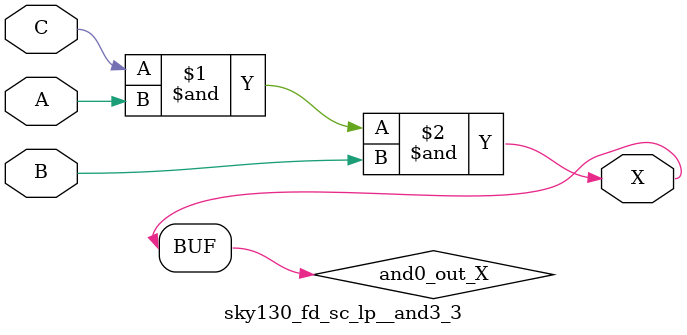
<source format=v>
module sky130_fd_sc_lp__and3_3 (
    X,
    A,
    B,
    C
);
    output X;
    input  A;
    input  B;
    input  C;
    wire and0_out_X;
    and and0 (and0_out_X, C, A, B        );
    buf buf0 (X         , and0_out_X     );
endmodule
</source>
